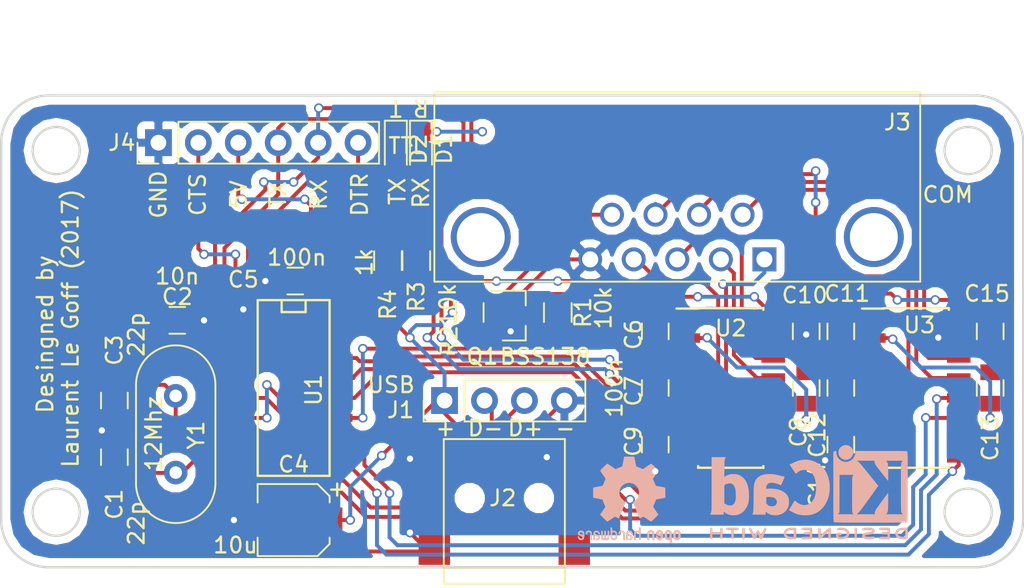
<source format=kicad_pcb>
(kicad_pcb (version 4) (host pcbnew 4.0.6)
  (layers (0 F.Cu signal) (31 B.Cu signal) (34 B.Paste user) (35 F.Paste user) (36 B.SilkS user) (37 F.SilkS user) (38 B.Mask user) (39 F.Mask user) (44 Edge.Cuts user))
  (net 0 "")
  (net 1 "Net-(C1-Pad1)")
  (net 2 "Net-(C3-Pad1)")
  (net 3 /RSGND)
  (net 4 "Net-(U1-Pad15)")
  (net 5 "Net-(C6-Pad1)")
  (net 6 "Net-(C6-Pad2)")
  (net 7 /RS5V)
  (net 8 "Net-(C7-Pad2)")
  (net 9 "Net-(C11-Pad1)")
  (net 10 "Net-(C11-Pad2)")
  (net 11 "Net-(C12-Pad2)")
  (net 12 /RSDCD)
  (net 13 /RSRX)
  (net 14 /RSTX)
  (net 15 /RSDTR)
  (net 16 /RSRI)
  (net 17 /RSCTS)
  (net 18 /RSRTS)
  (net 19 /RSDSR)
  (net 20 /RI)
  (net 21 /RTS)
  (net 22 /DTR)
  (net 23 /DCD)
  (net 24 /DSR)
  (net 25 /CTS)
  (net 26 /RSD-)
  (net 27 /RSD+)
  (net 28 /RX)
  (net 29 /TX)
  (net 30 "Net-(D1-Pad2)")
  (net 31 "Net-(D2-Pad2)")
  (net 32 "Net-(C2-Pad1)")
  (net 33 "Net-(C7-Pad1)")
  (net 34 "Net-(C8-Pad2)")
  (net 35 "Net-(C9-Pad1)")
  (net 36 "Net-(C12-Pad1)")
  (net 37 "Net-(C13-Pad2)")
  (net 38 "Net-(C14-Pad1)")
  (net 39 "Net-(J2-Pad4)")
  (net 40 "Net-(U3-Pad7)")
  (net 41 "Net-(U3-Pad10)")
  (module _LaurentPerso:DB9MC (layer F.Cu) (at 63 61)
    (fp_text reference J3 (at 14 -7.3) (layer F.SilkS))
    (fp_text value COM (at 17.2 -2.7) (layer F.SilkS))
    (pad "" thru_hole circle (at 12.5 0) (size 3.81 3.81) (drill 3.05) (layers *.Cu *.Mask))
    (pad "" thru_hole circle (at -12.5 0) (size 3.81 3.81) (drill 3.05) (layers *.Cu *.Mask))
    (pad 1 thru_hole rect (at 5.54 1.42) (size 1.52 1.52) (drill 1.02) (layers *.Cu *.Mask) (net 12 /RSDCD))
    (pad 2 thru_hole circle (at 2.77 1.42) (size 1.52 1.52) (drill 1.02) (layers *.Cu *.Mask) (net 13 /RSRX))
    (pad 3 thru_hole circle (at 0 1.42) (size 1.52 1.52) (drill 1.02) (layers *.Cu *.Mask) (net 14 /RSTX))
    (pad 4 thru_hole circle (at -2.77 1.42) (size 1.52 1.52) (drill 1.02) (layers *.Cu *.Mask) (net 15 /RSDTR))
    (pad 5 thru_hole circle (at -5.54 1.42) (size 1.52 1.52) (drill 1.02) (layers *.Cu *.Mask) (net 3 /RSGND))
    (pad 9 thru_hole circle (at -4.155 -1.42) (size 1.52 1.52) (drill 1.02) (layers *.Cu *.Mask) (net 16 /RSRI))
    (pad 8 thru_hole circle (at -1.385 -1.42) (size 1.52 1.52) (drill 1.02) (layers *.Cu *.Mask) (net 17 /RSCTS))
    (pad 7 thru_hole circle (at 1.385 -1.42) (size 1.52 1.52) (drill 1.02) (layers *.Cu *.Mask) (net 18 /RSRTS))
    (pad 6 thru_hole circle (at 4.155 -1.42) (size 1.52 1.52) (drill 1.02) (layers *.Cu *.Mask) (net 19 /RSDSR))
  )
  (module Housings_SOIC:SOIC-16_3.9x9.9mm_Pitch1.27mm (layer F.Cu) (at 78.2 70.6)
    (fp_text reference U3 (at 0.2 -4) (layer F.SilkS))
    (fp_text value ST232C)
    (pad 1 smd rect (at -2.7 -4.445) (size 1.5 0.6) (layers F.Cu F.Paste F.Mask) (net 9 "Net-(C11-Pad1)"))
    (pad 2 smd rect (at -2.7 -3.175) (size 1.5 0.6) (layers F.Cu F.Paste F.Mask) (net 37 "Net-(C13-Pad2)"))
    (pad 3 smd rect (at -2.7 -1.905) (size 1.5 0.6) (layers F.Cu F.Paste F.Mask) (net 10 "Net-(C11-Pad2)"))
    (pad 4 smd rect (at -2.7 -0.635) (size 1.5 0.6) (layers F.Cu F.Paste F.Mask) (net 36 "Net-(C12-Pad1)"))
    (pad 5 smd rect (at -2.7 0.635) (size 1.5 0.6) (layers F.Cu F.Paste F.Mask) (net 11 "Net-(C12-Pad2)"))
    (pad 6 smd rect (at -2.7 1.905) (size 1.5 0.6) (layers F.Cu F.Paste F.Mask) (net 38 "Net-(C14-Pad1)"))
    (pad 7 smd rect (at -2.7 3.175) (size 1.5 0.6) (layers F.Cu F.Paste F.Mask) (net 40 "Net-(U3-Pad7)"))
    (pad 8 smd rect (at -2.7 4.445) (size 1.5 0.6) (layers F.Cu F.Paste F.Mask) (net 17 /RSCTS))
    (pad 9 smd rect (at 2.7 4.445) (size 1.5 0.6) (layers F.Cu F.Paste F.Mask) (net 25 /CTS))
    (pad 10 smd rect (at 2.7 3.175) (size 1.5 0.6) (layers F.Cu F.Paste F.Mask) (net 41 "Net-(U3-Pad10)"))
    (pad 11 smd rect (at 2.7 1.905) (size 1.5 0.6) (layers F.Cu F.Paste F.Mask) (net 21 /RTS))
    (pad 12 smd rect (at 2.7 0.635) (size 1.5 0.6) (layers F.Cu F.Paste F.Mask) (net 24 /DSR))
    (pad 13 smd rect (at 2.7 -0.635) (size 1.5 0.6) (layers F.Cu F.Paste F.Mask) (net 19 /RSDSR))
    (pad 14 smd rect (at 2.7 -1.905) (size 1.5 0.6) (layers F.Cu F.Paste F.Mask) (net 18 /RSRTS))
    (pad 15 smd rect (at 2.7 -3.175) (size 1.5 0.6) (layers F.Cu F.Paste F.Mask) (net 3 /RSGND))
    (pad 16 smd rect (at 2.7 -4.445) (size 1.5 0.6) (layers F.Cu F.Paste F.Mask) (net 7 /RS5V))
  )
  (module SMD_Packages:SO-16-N (layer F.Cu) (at 38.6 70.6 270)
    (fp_text reference U1 (at 0.127 -1.27 270) (layer F.SilkS))
    (fp_text value CH340G)
    (pad 16 smd rect (at -4.445 -3.175 270) (size 0.508 1.143) (layers F.Cu F.Paste F.Mask) (net 7 /RS5V))
    (pad 14 smd rect (at -1.905 -3.175 270) (size 0.508 1.143) (layers F.Cu F.Paste F.Mask) (net 21 /RTS))
    (pad 13 smd rect (at -0.635 -3.175 270) (size 0.508 1.143) (layers F.Cu F.Paste F.Mask) (net 22 /DTR))
    (pad 12 smd rect (at 0.635 -3.175 270) (size 0.508 1.143) (layers F.Cu F.Paste F.Mask) (net 23 /DCD))
    (pad 11 smd rect (at 1.905 -3.175 270) (size 0.508 1.143) (layers F.Cu F.Paste F.Mask) (net 20 /RI))
    (pad 10 smd rect (at 3.175 -3.175 270) (size 0.508 1.143) (layers F.Cu F.Paste F.Mask) (net 24 /DSR))
    (pad 9 smd rect (at 4.445 -3.175 270) (size 0.508 1.143) (layers F.Cu F.Paste F.Mask) (net 25 /CTS))
    (pad 8 smd rect (at 4.445 3.175 270) (size 0.508 1.143) (layers F.Cu F.Paste F.Mask) (net 1 "Net-(C1-Pad1)"))
    (pad 7 smd rect (at 3.175 3.175 270) (size 0.508 1.143) (layers F.Cu F.Paste F.Mask) (net 2 "Net-(C3-Pad1)"))
    (pad 6 smd rect (at 1.905 3.175 270) (size 0.508 1.143) (layers F.Cu F.Paste F.Mask) (net 26 /RSD-))
    (pad 5 smd rect (at 0.635 3.175 270) (size 0.508 1.143) (layers F.Cu F.Paste F.Mask) (net 27 /RSD+))
    (pad 4 smd rect (at -0.635 3.175 270) (size 0.508 1.143) (layers F.Cu F.Paste F.Mask) (net 32 "Net-(C2-Pad1)"))
    (pad 3 smd rect (at -1.905 3.175 270) (size 0.508 1.143) (layers F.Cu F.Paste F.Mask) (net 28 /RX))
    (pad 2 smd rect (at -3.175 3.175 270) (size 0.508 1.143) (layers F.Cu F.Paste F.Mask) (net 29 /TX))
    (pad 1 smd rect (at -4.445 3.175 270) (size 0.508 1.143) (layers F.Cu F.Paste F.Mask) (net 3 /RSGND))
    (pad 15 smd rect (at -3.175 -3.175 270) (size 0.508 1.143) (layers F.Cu F.Paste F.Mask) (net 4 "Net-(U1-Pad15)"))
  )
  (module Capacitors_SMD:C_0805 (layer F.Cu) (at 61.6 67 270)
    (fp_text reference C6 (at 0.2 1.4 270) (layer F.SilkS))
    (fp_text value 100n)
    (pad 1 smd rect (at -1 0 270) (size 1 1.25) (layers F.Cu F.Paste F.Mask) (net 5 "Net-(C6-Pad1)"))
    (pad 2 smd rect (at 1 0 270) (size 1 1.25) (layers F.Cu F.Paste F.Mask) (net 6 "Net-(C6-Pad2)"))
  )
  (module Capacitors_SMD:C_0805 (layer F.Cu) (at 61.6 70.6 270)
    (fp_text reference C7 (at 0.2 1.4 270) (layer F.SilkS))
    (fp_text value 100n)
    (pad 1 smd rect (at -1 0 270) (size 1 1.25) (layers F.Cu F.Paste F.Mask) (net 33 "Net-(C7-Pad1)"))
    (pad 2 smd rect (at 1 0 270) (size 1 1.25) (layers F.Cu F.Paste F.Mask) (net 8 "Net-(C7-Pad2)"))
  )
  (module Capacitors_SMD:C_0805 (layer F.Cu) (at 71.2 70.6 270)
    (fp_text reference C8 (at 2.8 0.5 270) (layer F.SilkS))
    (fp_text value 100n)
    (pad 1 smd rect (at -1 0 270) (size 1 1.25) (layers F.Cu F.Paste F.Mask) (net 7 /RS5V))
    (pad 2 smd rect (at 1 0 270) (size 1 1.25) (layers F.Cu F.Paste F.Mask) (net 34 "Net-(C8-Pad2)"))
  )
  (module Capacitors_SMD:C_0805 (layer F.Cu) (at 61.6 74.2 270)
    (fp_text reference C9 (at -0.2 1.4 270) (layer F.SilkS))
    (fp_text value 100n (at -3.6 2.6 270) (layer F.SilkS))
    (pad 1 smd rect (at -1 0 270) (size 1 1.25) (layers F.Cu F.Paste F.Mask) (net 35 "Net-(C9-Pad1)"))
    (pad 2 smd rect (at 1 0 270) (size 1 1.25) (layers F.Cu F.Paste F.Mask) (net 3 /RSGND))
  )
  (module Capacitors_SMD:C_0805 (layer F.Cu) (at 71.2 67 270)
    (fp_text reference C10 (at -2.3 0.1 360) (layer F.SilkS))
    (fp_text value 100n)
    (pad 1 smd rect (at -1 0 270) (size 1 1.25) (layers F.Cu F.Paste F.Mask) (net 7 /RS5V))
    (pad 2 smd rect (at 1 0 270) (size 1 1.25) (layers F.Cu F.Paste F.Mask) (net 3 /RSGND))
  )
  (module Capacitors_SMD:C_0805 (layer F.Cu) (at 73.4 67 270)
    (fp_text reference C11 (at -2.4 -0.4 360) (layer F.SilkS))
    (fp_text value 100n)
    (pad 1 smd rect (at -1 0 270) (size 1 1.25) (layers F.Cu F.Paste F.Mask) (net 9 "Net-(C11-Pad1)"))
    (pad 2 smd rect (at 1 0 270) (size 1 1.25) (layers F.Cu F.Paste F.Mask) (net 10 "Net-(C11-Pad2)"))
  )
  (module Capacitors_SMD:C_0805 (layer F.Cu) (at 73.4 70.6 270)
    (fp_text reference C12 (at 3 1.5 270) (layer F.SilkS))
    (fp_text value 100n)
    (pad 1 smd rect (at -1 0 270) (size 1 1.25) (layers F.Cu F.Paste F.Mask) (net 36 "Net-(C12-Pad1)"))
    (pad 2 smd rect (at 1 0 270) (size 1 1.25) (layers F.Cu F.Paste F.Mask) (net 11 "Net-(C12-Pad2)"))
  )
  (module Capacitors_SMD:C_0805 (layer F.Cu) (at 82.9 70.6 270)
    (fp_text reference C13 (at 3.2 0 270) (layer F.SilkS))
    (fp_text value 100n)
    (pad 1 smd rect (at -1 0 270) (size 1 1.25) (layers F.Cu F.Paste F.Mask) (net 7 /RS5V))
    (pad 2 smd rect (at 1 0 270) (size 1 1.25) (layers F.Cu F.Paste F.Mask) (net 37 "Net-(C13-Pad2)"))
  )
  (module Capacitors_SMD:C_0805 (layer F.Cu) (at 73.4 74.2 270)
    (fp_text reference C14 (at 2.6 1.5 270) (layer F.SilkS))
    (fp_text value 100n)
    (pad 1 smd rect (at -1 0 270) (size 1 1.25) (layers F.Cu F.Paste F.Mask) (net 38 "Net-(C14-Pad1)"))
    (pad 2 smd rect (at 1 0 270) (size 1 1.25) (layers F.Cu F.Paste F.Mask) (net 3 /RSGND))
  )
  (module Capacitors_SMD:C_0805 (layer F.Cu) (at 82.9 67 270)
    (fp_text reference C15 (at -2.4 0.2 360) (layer F.SilkS))
    (fp_text value 100n)
    (pad 1 smd rect (at -1 0 270) (size 1 1.25) (layers F.Cu F.Paste F.Mask) (net 7 /RS5V))
    (pad 2 smd rect (at 1 0 270) (size 1 1.25) (layers F.Cu F.Paste F.Mask) (net 3 /RSGND))
  )
  (module Capacitors_SMD:C_0805 (layer F.Cu) (at 27.2 75 90)
    (fp_text reference C1 (at -3 0 90) (layer F.SilkS))
    (fp_text value 22p (at -4.2 1.4 90) (layer F.SilkS))
    (pad 1 smd rect (at -1 0 90) (size 1 1.25) (layers F.Cu F.Paste F.Mask) (net 1 "Net-(C1-Pad1)"))
    (pad 2 smd rect (at 1 0 90) (size 1 1.25) (layers F.Cu F.Paste F.Mask) (net 3 /RSGND))
  )
  (module Capacitors_SMD:C_0805 (layer F.Cu) (at 31.2 66.3)
    (fp_text reference C2 (at 0 -1.5) (layer F.SilkS))
    (fp_text value 10n (at 0 -2.8) (layer F.SilkS))
    (pad 1 smd rect (at -1 0) (size 1 1.25) (layers F.Cu F.Paste F.Mask) (net 32 "Net-(C2-Pad1)"))
    (pad 2 smd rect (at 1 0) (size 1 1.25) (layers F.Cu F.Paste F.Mask) (net 3 /RSGND))
  )
  (module Capacitors_SMD:C_0805 (layer F.Cu) (at 27.2 71.4 270)
    (fp_text reference C3 (at -3.2 0 270) (layer F.SilkS))
    (fp_text value 22p (at -4.2 -1.4 270) (layer F.SilkS))
    (pad 1 smd rect (at -1 0 270) (size 1 1.25) (layers F.Cu F.Paste F.Mask) (net 2 "Net-(C3-Pad1)"))
    (pad 2 smd rect (at 1 0 270) (size 1 1.25) (layers F.Cu F.Paste F.Mask) (net 3 /RSGND))
  )
  (module TO_SOT_Packages_SMD:SOT-23 (layer F.Cu) (at 52.6 66)
    (fp_text reference Q1 (at -2 2.6) (layer F.SilkS))
    (fp_text value BSS138 (at 2 2.6) (layer F.SilkS))
    (pad 1 smd rect (at -1 -0.95) (size 0.9 0.8) (layers F.Cu F.Paste F.Mask) (net 16 /RSRI))
    (pad 2 smd rect (at -1 0.95) (size 0.9 0.8) (layers F.Cu F.Paste F.Mask) (net 3 /RSGND))
    (pad 3 smd rect (at 1 0) (size 0.9 0.8) (layers F.Cu F.Paste F.Mask) (net 20 /RI))
  )
  (module Housings_SOIC:SOIC-16_3.9x9.9mm_Pitch1.27mm (layer F.Cu) (at 66.4 70.6)
    (fp_text reference U2 (at 0 -3.8) (layer F.SilkS))
    (fp_text value ST232C)
    (pad 1 smd rect (at -2.7 -4.445) (size 1.5 0.6) (layers F.Cu F.Paste F.Mask) (net 5 "Net-(C6-Pad1)"))
    (pad 2 smd rect (at -2.7 -3.175) (size 1.5 0.6) (layers F.Cu F.Paste F.Mask) (net 34 "Net-(C8-Pad2)"))
    (pad 3 smd rect (at -2.7 -1.905) (size 1.5 0.6) (layers F.Cu F.Paste F.Mask) (net 6 "Net-(C6-Pad2)"))
    (pad 4 smd rect (at -2.7 -0.635) (size 1.5 0.6) (layers F.Cu F.Paste F.Mask) (net 33 "Net-(C7-Pad1)"))
    (pad 5 smd rect (at -2.7 0.635) (size 1.5 0.6) (layers F.Cu F.Paste F.Mask) (net 8 "Net-(C7-Pad2)"))
    (pad 6 smd rect (at -2.7 1.905) (size 1.5 0.6) (layers F.Cu F.Paste F.Mask) (net 35 "Net-(C9-Pad1)"))
    (pad 7 smd rect (at -2.7 3.175) (size 1.5 0.6) (layers F.Cu F.Paste F.Mask) (net 15 /RSDTR))
    (pad 8 smd rect (at -2.7 4.445) (size 1.5 0.6) (layers F.Cu F.Paste F.Mask) (net 12 /RSDCD))
    (pad 9 smd rect (at 2.7 4.445) (size 1.5 0.6) (layers F.Cu F.Paste F.Mask) (net 23 /DCD))
    (pad 10 smd rect (at 2.7 3.175) (size 1.5 0.6) (layers F.Cu F.Paste F.Mask) (net 22 /DTR))
    (pad 11 smd rect (at 2.7 1.905) (size 1.5 0.6) (layers F.Cu F.Paste F.Mask) (net 29 /TX))
    (pad 12 smd rect (at 2.7 0.635) (size 1.5 0.6) (layers F.Cu F.Paste F.Mask) (net 28 /RX))
    (pad 13 smd rect (at 2.7 -0.635) (size 1.5 0.6) (layers F.Cu F.Paste F.Mask) (net 13 /RSRX))
    (pad 14 smd rect (at 2.7 -1.905) (size 1.5 0.6) (layers F.Cu F.Paste F.Mask) (net 14 /RSTX))
    (pad 15 smd rect (at 2.7 -3.175) (size 1.5 0.6) (layers F.Cu F.Paste F.Mask) (net 3 /RSGND))
    (pad 16 smd rect (at 2.7 -4.445) (size 1.5 0.6) (layers F.Cu F.Paste F.Mask) (net 7 /RS5V))
  )
  (module Connectors:USB_Mini-B (layer F.Cu) (at 52 77.8 90)
    (fp_text reference J2 (at 0.2 -0.1 180) (layer F.SilkS))
    (fp_text value USB_OTG)
    (pad 1 smd rect (at 2.8 -1.6 90) (size 2.3 0.5) (layers F.Cu F.Paste F.Mask) (net 7 /RS5V))
    (pad 2 smd rect (at 2.8 -0.8 90) (size 2.3 0.5) (layers F.Cu F.Paste F.Mask) (net 26 /RSD-))
    (pad 3 smd rect (at 2.8 0 90) (size 2.3 0.5) (layers F.Cu F.Paste F.Mask) (net 27 /RSD+))
    (pad 4 smd rect (at 2.8 0.8 90) (size 2.3 0.5) (layers F.Cu F.Paste F.Mask) (net 39 "Net-(J2-Pad4)"))
    (pad 5 smd rect (at 2.8 1.6 90) (size 2.3 0.5) (layers F.Cu F.Paste F.Mask) (net 3 /RSGND))
    (pad 6 smd rect (at 2.7 -4.45 90) (size 2.5 2) (layers F.Cu F.Paste F.Mask) (net 3 /RSGND))
    (pad 6 smd rect (at -2.8 -4.45 90) (size 2.5 2) (layers F.Cu F.Paste F.Mask) (net 3 /RSGND))
    (pad 6 smd rect (at 2.7 4.45 90) (size 2.5 2) (layers F.Cu F.Paste F.Mask) (net 3 /RSGND))
    (pad 6 smd rect (at -2.8 4.45 90) (size 2.5 2) (layers F.Cu F.Paste F.Mask) (net 3 /RSGND))
    (pad "" np_thru_hole circle (at 0.2 -2.2 90) (size 0.9 0.9) (drill 0.9) (layers *.Cu *.Mask))
    (pad "" np_thru_hole circle (at 0.2 2.2 90) (size 0.9 0.9) (drill 0.9) (layers *.Cu *.Mask))
  )
  (module Pin_Headers:Pin_Header_Straight_1x04_Pitch2.54mm (layer F.Cu) (at 48.2 71.4 90)
    (fp_text reference J1 (at -0.6 -2.8 180) (layer F.SilkS))
    (fp_text value USB (at 1 -3.4 180) (layer F.SilkS))
    (pad 1 thru_hole rect (at 0 0 90) (size 1.7 1.7) (drill 1) (layers *.Cu *.Mask) (net 7 /RS5V))
    (pad 2 thru_hole oval (at 0 2.54 90) (size 1.7 1.7) (drill 1) (layers *.Cu *.Mask) (net 26 /RSD-))
    (pad 3 thru_hole oval (at 0 5.08 90) (size 1.7 1.7) (drill 1) (layers *.Cu *.Mask) (net 27 /RSD+))
    (pad 4 thru_hole oval (at 0 7.62 90) (size 1.7 1.7) (drill 1) (layers *.Cu *.Mask) (net 3 /RSGND))
  )
  (module Pin_Headers:Pin_Header_Straight_1x06_Pitch2.54mm (layer F.Cu) (at 30 55 90)
    (fp_text reference J4 (at 0 -2.33 180) (layer F.SilkS))
    (fp_text value TTL (at -0.2 15.8 180) (layer F.SilkS))
    (pad 1 thru_hole rect (at 0 0 90) (size 1.7 1.7) (drill 1) (layers *.Cu *.Mask) (net 3 /RSGND))
    (pad 2 thru_hole oval (at 0 2.54 90) (size 1.7 1.7) (drill 1) (layers *.Cu *.Mask) (net 25 /CTS))
    (pad 3 thru_hole oval (at 0 5.08 90) (size 1.7 1.7) (drill 1) (layers *.Cu *.Mask) (net 7 /RS5V))
    (pad 4 thru_hole oval (at 0 7.62 90) (size 1.7 1.7) (drill 1) (layers *.Cu *.Mask) (net 29 /TX))
    (pad 5 thru_hole oval (at 0 10.16 90) (size 1.7 1.7) (drill 1) (layers *.Cu *.Mask) (net 28 /RX))
    (pad 6 thru_hole oval (at 0 12.7 90) (size 1.7 1.7) (drill 1) (layers *.Cu *.Mask) (net 22 /DTR))
  )
  (module Resistors_SMD:R_0805 (layer F.Cu) (at 55.4 65.8 270)
    (fp_text reference R1 (at 0 -1.6 270) (layer F.SilkS))
    (fp_text value 10k (at -0.3 -2.9 270) (layer F.SilkS))
    (pad 1 smd rect (at -0.95 0 270) (size 0.7 1.3) (layers F.Cu F.Paste F.Mask) (net 20 /RI))
    (pad 2 smd rect (at 0.95 0 270) (size 0.7 1.3) (layers F.Cu F.Paste F.Mask) (net 7 /RS5V))
  )
  (module Resistors_SMD:R_0805 (layer F.Cu) (at 49.8 65.8 270)
    (fp_text reference R2 (at 1.8 1.3 270) (layer F.SilkS))
    (fp_text value 10k (at -0.5 1.4 270) (layer F.SilkS))
    (pad 1 smd rect (at -0.95 0 270) (size 0.7 1.3) (layers F.Cu F.Paste F.Mask) (net 16 /RSRI))
    (pad 2 smd rect (at 0.95 0 270) (size 0.7 1.3) (layers F.Cu F.Paste F.Mask) (net 3 /RSGND))
  )
  (module Crystals:Crystal_HC49-U_Vertical (layer F.Cu) (at 31.1 71.1 270)
    (fp_text reference Y1 (at 2.5 -1.3 270) (layer F.SilkS))
    (fp_text value 12Mhz (at 2.4 1.4 270) (layer F.SilkS))
    (pad 1 thru_hole circle (at 0 0 270) (size 1.5 1.5) (drill 0.8) (layers *.Cu *.Mask) (net 2 "Net-(C3-Pad1)"))
    (pad 2 thru_hole circle (at 4.88 0 270) (size 1.5 1.5) (drill 0.8) (layers *.Cu *.Mask) (net 1 "Net-(C1-Pad1)"))
  )
  (module Capacitors_SMD:CP_Elec_4x5.7 (layer F.Cu) (at 38.6 79 180)
    (fp_text reference C4 (at 0 3.54 180) (layer F.SilkS))
    (fp_text value 10u (at 3.7 -1.6 180) (layer F.SilkS))
    (fp_text user + (at -2.77 2.01 180) (layer F.SilkS))
    (pad 1 smd rect (at -1.8 0) (size 2.6 1.6) (layers F.Cu F.Paste F.Mask) (net 7 /RS5V))
    (pad 2 smd rect (at 1.8 0) (size 2.6 1.6) (layers F.Cu F.Paste F.Mask) (net 3 /RSGND))
  )
  (module Capacitors_SMD:C_0805 (layer F.Cu) (at 38.7 63.8 180)
    (fp_text reference C5 (at 3.3 0.1 180) (layer F.SilkS))
    (fp_text value 100n (at -0.1 1.5 180) (layer F.SilkS))
    (pad 1 smd rect (at -1 0 180) (size 1 1.25) (layers F.Cu F.Paste F.Mask) (net 7 /RS5V))
    (pad 2 smd rect (at 1 0 180) (size 1 1.25) (layers F.Cu F.Paste F.Mask) (net 3 /RSGND))
  )
  (module LEDs:LED_0805 (layer F.Cu) (at 46.7 55.4 270)
    (fp_text reference D1 (at 0 -1.45 270) (layer F.SilkS))
    (fp_text value RX)
    (pad 2 smd rect (at 1.1 0 90) (size 1.2 1.2) (layers F.Cu F.Paste F.Mask) (net 30 "Net-(D1-Pad2)"))
    (pad 1 smd rect (at -1.1 0 90) (size 1.2 1.2) (layers F.Cu F.Paste F.Mask) (net 28 /RX))
  )
  (module LEDs:LED_0805 (layer F.Cu) (at 45.1 55.4 270)
    (fp_text reference D2 (at 0 -1.45 270) (layer F.SilkS))
    (fp_text value TX)
    (pad 2 smd rect (at 1.1 0 90) (size 1.2 1.2) (layers F.Cu F.Paste F.Mask) (net 31 "Net-(D2-Pad2)"))
    (pad 1 smd rect (at -1.1 0 90) (size 1.2 1.2) (layers F.Cu F.Paste F.Mask) (net 29 /TX))
  )
  (module Resistors_SMD:R_0805 (layer F.Cu) (at 46.4 62.5 270)
    (fp_text reference R3 (at 2.3 0 270) (layer F.SilkS))
    (fp_text value 1k)
    (pad 1 smd rect (at -0.95 0 270) (size 0.7 1.3) (layers F.Cu F.Paste F.Mask) (net 30 "Net-(D1-Pad2)"))
    (pad 2 smd rect (at 0.95 0 270) (size 0.7 1.3) (layers F.Cu F.Paste F.Mask) (net 7 /RS5V))
  )
  (module Resistors_SMD:R_0805 (layer F.Cu) (at 44.6 62.5 270)
    (fp_text reference R4 (at 2.8 0 270) (layer F.SilkS))
    (fp_text value 1k (at 0.1 1.5 270) (layer F.SilkS))
    (pad 1 smd rect (at -0.95 0 270) (size 0.7 1.3) (layers F.Cu F.Paste F.Mask) (net 31 "Net-(D2-Pad2)"))
    (pad 2 smd rect (at 0.95 0 270) (size 0.7 1.3) (layers F.Cu F.Paste F.Mask) (net 7 /RS5V))
  )
  (module Symbols:KiCad-Logo2_6mm_SilkScreen (layer B.Cu) (at 71.374 77.216 180)
    (fp_text reference REF*** hide)
    (fp_text value KiCad-Logo2_6mm_SilkScreen hide)
  )
  (module Symbols:OSHW-Logo2_7.3x6mm_SilkScreen (layer B.Cu) (at 59.944 77.724 180)
    (fp_text reference REF*** hide)
    (fp_text value OSHW-Logo2_7.3x6mm_SilkScreen hide)
  )
  (gr_line (start 82 52) (end 23 52) (angle 90) (layer Edge.Cuts) (width 0.15))
  (gr_line (start 85 79) (end 85 55) (angle 90) (layer Edge.Cuts) (width 0.15))
  (gr_line (start 23 82) (end 82 82) (angle 90) (layer Edge.Cuts) (width 0.15))
  (gr_arc (start 82 55) (end 82 52) (angle 90) (layer Edge.Cuts) (width 0.15))
  (gr_text - (at 55.88 73.152) (layer F.SilkS) (effects (font (size 1 1))))
  (gr_text + (at 48.26 73.152) (layer F.SilkS) (effects (font (size 1 1))))
  (gr_text D- (at 50.8 73.152) (layer F.SilkS) (effects (font (size 1 1))))
  (gr_text D+ (at 53.34 73.152) (layer F.SilkS) (effects (font (size 1 1))))
  (gr_text RX (at 46.7 58.2 90) (layer F.SilkS) (effects (font (size 1 1))))
  (gr_text TX (at 45.2 58.1 90) (layer F.SilkS) (effects (font (size 1 1))))
  (gr_text R (at 46.7 52.8 180) (layer F.SilkS) (effects (font (size 1 1))))
  (gr_text T (at 45.1 52.8 180) (layer F.SilkS) (effects (font (size 1 1))))
  (gr_text "Desingned by \nLaurent Le Goff (2017)" (at 23.6 66.8 90) (layer F.SilkS) (effects (font (size 1 1))))
  (gr_text DTR (at 42.8 58.3 90) (layer F.SilkS) (effects (font (size 1 1))))
  (gr_text RX (at 40.2 58.3 90) (layer F.SilkS) (effects (font (size 1 1))))
  (gr_text TX (at 37.6 58.3 90) (layer F.SilkS) (effects (font (size 1 1))))
  (gr_text 5V (at 35.1 58.3 90) (layer F.SilkS) (effects (font (size 1 1))))
  (gr_text CTS (at 32.5 58.3 90) (layer F.SilkS) (effects (font (size 1 1))))
  (gr_text GND (at 30 58.3 90) (layer F.SilkS) (effects (font (size 1 1))))
  (gr_line (start 20 55) (end 20 79) (angle 90) (layer Edge.Cuts) (width 0.15))
  (gr_arc (start 23 55) (end 20 55) (angle 90) (layer Edge.Cuts) (width 0.15))
  (gr_arc (start 23 79) (end 23 82) (angle 90) (layer Edge.Cuts) (width 0.15))
  (gr_arc (start 82 79) (end 85 79) (angle 90) (layer Edge.Cuts) (width 0.15))
  (gr_circle (center 23.5 55.5) (end 23.5 54) (layer Edge.Cuts) (width 0.15))
  (gr_circle (center 81.5 55.5) (end 81.5 54) (layer Edge.Cuts) (width 0.15))
  (gr_circle (center 23.5 78.5) (end 23.5 80) (layer Edge.Cuts) (width 0.15))
  (gr_circle (center 81.5 78.5) (end 81.5 80) (layer Edge.Cuts) (width 0.15))
  (segment (start 31.1 75.98) (end 31.52 75.98) (width 0.25) (layer F.Cu) (net 1))
  (segment (start 31.52 75.98) (end 32.455 75.045) (width 0.25) (layer F.Cu) (net 1))
  (segment (start 32.455 75.045) (end 35.425 75.045) (width 0.25) (layer F.Cu) (net 1))
  (segment (start 27.2 76) (end 31.08 76) (width 0.25) (layer F.Cu) (net 1))
  (segment (start 31.08 76) (end 31.1 75.98) (width 0.25) (layer F.Cu) (net 1))
  (segment (start 31.1 71.1) (end 31.1 72.5) (width 0.25) (layer F.Cu) (net 2))
  (segment (start 32.375 73.775) (end 35.425 73.775) (width 0.25) (layer F.Cu) (net 2))
  (segment (start 31.1 72.5) (end 32.375 73.775) (width 0.25) (layer F.Cu) (net 2))
  (segment (start 27.2 70.4) (end 30.4 70.4) (width 0.25) (layer F.Cu) (net 2))
  (segment (start 30.4 70.4) (end 31.1 71.1) (width 0.25) (layer F.Cu) (net 2))
  (segment (start 51.6 66.95) (end 52.35 66.95) (width 0.25) (layer F.Cu) (net 3))
  (segment (start 58.8 71.4) (end 55.82 71.4) (width 0.25) (layer B.Cu) (net 3))
  (segment (start 59.4 70.8) (end 58.8 71.4) (width 0.25) (layer B.Cu) (net 3))
  (segment (start 59.4 68.3) (end 59.4 70.8) (width 0.25) (layer B.Cu) (net 3))
  (segment (start 59.1 68) (end 59.4 68.3) (width 0.25) (layer B.Cu) (net 3))
  (segment (start 53.4 68) (end 59.1 68) (width 0.25) (layer B.Cu) (net 3))
  (segment (start 52.4 67) (end 53.4 68) (width 0.25) (layer B.Cu) (net 3))
  (via (at 52.4 67) (size 0.6) (drill 0.4) (layers F.Cu B.Cu) (net 3))
  (segment (start 52.35 66.95) (end 52.4 67) (width 0.25) (layer F.Cu) (net 3))
  (segment (start 72.4 75.2) (end 72.4 68.4) (width 0.25) (layer B.Cu) (net 3))
  (segment (start 72.4 68.4) (end 71.2 67.2) (width 0.25) (layer B.Cu) (net 3))
  (segment (start 71.2 68) (end 71.2 67.2) (width 0.25) (layer F.Cu) (net 3))
  (via (at 71.2 67.2) (size 0.6) (drill 0.4) (layers F.Cu B.Cu) (net 3))
  (segment (start 79.625 67.425) (end 80.9 67.425) (width 0.25) (layer F.Cu) (net 3))
  (segment (start 71.2 67.2) (end 71.5 66.9) (width 0.25) (layer B.Cu) (net 3))
  (segment (start 71.5 66.9) (end 75.3 66.9) (width 0.25) (layer B.Cu) (net 3))
  (segment (start 75.3 66.9) (end 75.6 66.6) (width 0.25) (layer B.Cu) (net 3))
  (segment (start 75.6 66.6) (end 78.8 66.6) (width 0.25) (layer B.Cu) (net 3))
  (segment (start 78.8 66.6) (end 79.6 67.4) (width 0.25) (layer B.Cu) (net 3))
  (via (at 79.6 67.4) (size 0.6) (drill 0.4) (layers F.Cu B.Cu) (net 3))
  (segment (start 79.6 67.4) (end 79.625 67.425) (width 0.25) (layer F.Cu) (net 3))
  (segment (start 73.4 75.2) (end 72.4 75.2) (width 0.25) (layer F.Cu) (net 3))
  (segment (start 71.7 75.9) (end 61.6 75.9) (width 0.25) (layer B.Cu) (net 3))
  (segment (start 72.4 75.2) (end 71.7 75.9) (width 0.25) (layer B.Cu) (net 3))
  (via (at 72.4 75.2) (size 0.6) (drill 0.4) (layers F.Cu B.Cu) (net 3))
  (segment (start 61.6 75.2) (end 61.6 75.9) (width 0.25) (layer F.Cu) (net 3))
  (segment (start 55.7 76) (end 54.7 75) (width 0.25) (layer B.Cu) (net 3))
  (segment (start 61.5 76) (end 55.7 76) (width 0.25) (layer B.Cu) (net 3))
  (segment (start 61.6 75.9) (end 61.5 76) (width 0.25) (layer B.Cu) (net 3))
  (via (at 61.6 75.9) (size 0.6) (drill 0.4) (layers F.Cu B.Cu) (net 3))
  (via (at 54.7 75) (size 0.6) (drill 0.4) (layers F.Cu B.Cu) (net 3))
  (segment (start 46 75.1) (end 54.6 75.1) (width 0.25) (layer B.Cu) (net 3))
  (segment (start 54.6 75.1) (end 54.7 75) (width 0.25) (layer B.Cu) (net 3))
  (segment (start 56.45 75.1) (end 56.45 80.6) (width 0.25) (layer F.Cu) (net 3))
  (segment (start 47.55 75.1) (end 46 75.1) (width 0.25) (layer F.Cu) (net 3))
  (segment (start 46 79.8) (end 46.8 80.6) (width 0.25) (layer F.Cu) (net 3))
  (via (at 46 79.8) (size 0.6) (drill 0.4) (layers F.Cu B.Cu) (net 3))
  (segment (start 46 75.1) (end 46 79.8) (width 0.25) (layer B.Cu) (net 3))
  (via (at 46 75.1) (size 0.6) (drill 0.4) (layers F.Cu B.Cu) (net 3))
  (segment (start 46.8 80.6) (end 47.55 80.6) (width 0.25) (layer F.Cu) (net 3))
  (segment (start 53.6 75) (end 54.7 75) (width 0.25) (layer F.Cu) (net 3))
  (segment (start 54.7 75) (end 56.35 75) (width 0.25) (layer F.Cu) (net 3))
  (segment (start 56.35 75) (end 56.45 75.1) (width 0.25) (layer F.Cu) (net 3))
  (segment (start 51.6 66.95) (end 51.6 66.9) (width 0.25) (layer F.Cu) (net 3))
  (segment (start 51.6 66.9) (end 52.6 65.9) (width 0.25) (layer F.Cu) (net 3))
  (segment (start 55.28 62.42) (end 57.46 62.42) (width 0.25) (layer F.Cu) (net 3))
  (segment (start 52.6 65.1) (end 55.28 62.42) (width 0.25) (layer F.Cu) (net 3))
  (segment (start 52.6 65.9) (end 52.6 65.1) (width 0.25) (layer F.Cu) (net 3))
  (segment (start 36.8 79) (end 36.8 80) (width 0.25) (layer F.Cu) (net 3))
  (segment (start 37.8 81) (end 47.15 81) (width 0.25) (layer F.Cu) (net 3))
  (segment (start 36.8 80) (end 37.8 81) (width 0.25) (layer F.Cu) (net 3))
  (segment (start 47.15 81) (end 47.55 80.6) (width 0.25) (layer F.Cu) (net 3))
  (segment (start 32.9 66.3) (end 32.9 65.6) (width 0.25) (layer B.Cu) (net 3))
  (segment (start 31.9 64.6) (end 26.4 64.6) (width 0.25) (layer B.Cu) (net 3))
  (segment (start 32.9 65.6) (end 31.9 64.6) (width 0.25) (layer B.Cu) (net 3))
  (segment (start 35.4 65.6) (end 33.6 65.6) (width 0.25) (layer B.Cu) (net 3))
  (segment (start 32.9 66.3) (end 32.2 66.3) (width 0.25) (layer F.Cu) (net 3))
  (via (at 32.9 66.3) (size 0.6) (drill 0.4) (layers F.Cu B.Cu) (net 3))
  (segment (start 33.6 65.6) (end 32.9 66.3) (width 0.25) (layer B.Cu) (net 3))
  (segment (start 37.7 63.8) (end 36.8 63.8) (width 0.25) (layer F.Cu) (net 3))
  (segment (start 35.425 65.625) (end 35.425 66.155) (width 0.25) (layer F.Cu) (net 3))
  (segment (start 35.4 65.6) (end 35.425 65.625) (width 0.25) (layer F.Cu) (net 3))
  (via (at 35.4 65.6) (size 0.6) (drill 0.4) (layers F.Cu B.Cu) (net 3))
  (segment (start 35.4 65.2) (end 35.4 65.6) (width 0.25) (layer B.Cu) (net 3))
  (segment (start 36.8 63.8) (end 35.4 65.2) (width 0.25) (layer B.Cu) (net 3))
  (via (at 36.8 63.8) (size 0.6) (drill 0.4) (layers F.Cu B.Cu) (net 3))
  (segment (start 82.9 68) (end 82.6 68) (width 0.25) (layer F.Cu) (net 3))
  (segment (start 82.6 68) (end 82.025 67.425) (width 0.25) (layer F.Cu) (net 3))
  (segment (start 82.025 67.425) (end 80.9 67.425) (width 0.25) (layer F.Cu) (net 3))
  (segment (start 71.2 68) (end 70.6 68) (width 0.25) (layer F.Cu) (net 3))
  (segment (start 70.6 68) (end 70.025 67.425) (width 0.25) (layer F.Cu) (net 3))
  (segment (start 70.025 67.425) (end 69.1 67.425) (width 0.25) (layer F.Cu) (net 3))
  (segment (start 49.8 66.75) (end 51.4 66.75) (width 0.25) (layer F.Cu) (net 3))
  (segment (start 51.4 66.75) (end 51.6 66.95) (width 0.25) (layer F.Cu) (net 3))
  (segment (start 53.6 75) (end 53.6 73.62) (width 0.25) (layer F.Cu) (net 3))
  (segment (start 53.6 73.62) (end 55.82 71.4) (width 0.25) (layer F.Cu) (net 3))
  (segment (start 36.8 79) (end 34.8 79) (width 0.25) (layer F.Cu) (net 3))
  (segment (start 26.4 78.5) (end 26.4 73.3) (width 0.25) (layer B.Cu) (net 3))
  (segment (start 26.9 79) (end 26.4 78.5) (width 0.25) (layer B.Cu) (net 3))
  (segment (start 34.8 79) (end 26.9 79) (width 0.25) (layer B.Cu) (net 3))
  (via (at 34.8 79) (size 0.6) (drill 0.4) (layers F.Cu B.Cu) (net 3))
  (segment (start 30 55) (end 27.3 55) (width 0.25) (layer B.Cu) (net 3))
  (segment (start 27.3 55) (end 26.4 55.9) (width 0.25) (layer B.Cu) (net 3))
  (segment (start 26.4 55.9) (end 26.4 64.6) (width 0.25) (layer B.Cu) (net 3))
  (segment (start 26.5 73.2) (end 27.2 73.2) (width 0.25) (layer F.Cu) (net 3))
  (segment (start 26.4 73.3) (end 26.5 73.2) (width 0.25) (layer F.Cu) (net 3))
  (via (at 26.4 73.3) (size 0.6) (drill 0.4) (layers F.Cu B.Cu) (net 3))
  (segment (start 26.4 64.6) (end 26.4 73.3) (width 0.25) (layer B.Cu) (net 3))
  (segment (start 35.28 66.3) (end 35.425 66.155) (width 0.25) (layer F.Cu) (net 3))
  (segment (start 27.2 72.4) (end 27.2 73.2) (width 0.25) (layer F.Cu) (net 3))
  (segment (start 27.2 73.2) (end 27.2 74) (width 0.25) (layer F.Cu) (net 3))
  (segment (start 61.6 66) (end 63.545 66) (width 0.25) (layer F.Cu) (net 5))
  (segment (start 63.545 66) (end 63.7 66.155) (width 0.25) (layer F.Cu) (net 5))
  (segment (start 61.6 68) (end 62.1 68) (width 0.25) (layer F.Cu) (net 6))
  (segment (start 62.1 68) (end 62.795 68.695) (width 0.25) (layer F.Cu) (net 6))
  (segment (start 62.795 68.695) (end 63.7 68.695) (width 0.25) (layer F.Cu) (net 6))
  (segment (start 35.3 58.6) (end 39.3 58.6) (width 0.25) (layer B.Cu) (net 7))
  (segment (start 39.7 59) (end 39.7 63.8) (width 0.25) (layer F.Cu) (net 7))
  (segment (start 39.3 58.6) (end 39.7 59) (width 0.25) (layer F.Cu) (net 7))
  (via (at 39.3 58.6) (size 0.6) (drill 0.4) (layers F.Cu B.Cu) (net 7))
  (segment (start 44.6 63.45) (end 46.4 63.45) (width 0.25) (layer F.Cu) (net 7))
  (segment (start 44.7 66.155) (end 44.7 63.55) (width 0.25) (layer F.Cu) (net 7))
  (segment (start 44.7 63.55) (end 44.6 63.45) (width 0.25) (layer F.Cu) (net 7))
  (segment (start 49.3 63.8) (end 48.6 64.5) (width 0.25) (layer F.Cu) (net 7))
  (segment (start 46 67) (end 46 67.4) (width 0.25) (layer B.Cu) (net 7))
  (segment (start 46.4 66.6) (end 46 67) (width 0.25) (layer B.Cu) (net 7))
  (segment (start 47.9 66.6) (end 46.4 66.6) (width 0.25) (layer B.Cu) (net 7))
  (segment (start 48.7 65.8) (end 47.9 66.6) (width 0.25) (layer B.Cu) (net 7))
  (via (at 48.7 65.8) (size 0.6) (drill 0.4) (layers F.Cu B.Cu) (net 7))
  (segment (start 48.6 65.7) (end 48.7 65.8) (width 0.25) (layer F.Cu) (net 7))
  (segment (start 48.6 64.5) (end 48.6 65.7) (width 0.25) (layer F.Cu) (net 7))
  (segment (start 35.08 55) (end 35.08 58.38) (width 0.25) (layer F.Cu) (net 7))
  (segment (start 35.08 58.38) (end 35.3 58.6) (width 0.25) (layer F.Cu) (net 7))
  (via (at 35.3 58.6) (size 0.6) (drill 0.4) (layers F.Cu B.Cu) (net 7))
  (segment (start 59.2 64.8) (end 59.1 64.8) (width 0.25) (layer F.Cu) (net 7))
  (segment (start 51.5 63.8) (end 49.3 63.8) (width 0.25) (layer F.Cu) (net 7))
  (via (at 51.5 63.8) (size 0.6) (drill 0.4) (layers F.Cu B.Cu) (net 7))
  (segment (start 55.4 63.8) (end 51.5 63.8) (width 0.25) (layer B.Cu) (net 7))
  (via (at 55.4 63.8) (size 0.6) (drill 0.4) (layers F.Cu B.Cu) (net 7))
  (segment (start 58.1 63.8) (end 55.4 63.8) (width 0.25) (layer F.Cu) (net 7))
  (segment (start 59.1 64.8) (end 58.1 63.8) (width 0.25) (layer F.Cu) (net 7))
  (segment (start 55.4 66.75) (end 57.25 66.75) (width 0.25) (layer F.Cu) (net 7))
  (segment (start 67.9 64.8) (end 69.1 66) (width 0.25) (layer F.Cu) (net 7))
  (via (at 67.9 64.8) (size 0.6) (drill 0.4) (layers F.Cu B.Cu) (net 7))
  (segment (start 64.3 64.8) (end 67.9 64.8) (width 0.25) (layer B.Cu) (net 7))
  (via (at 64.3 64.8) (size 0.6) (drill 0.4) (layers F.Cu B.Cu) (net 7))
  (segment (start 59.2 64.8) (end 64.3 64.8) (width 0.25) (layer F.Cu) (net 7))
  (segment (start 57.25 66.75) (end 59.2 64.8) (width 0.25) (layer F.Cu) (net 7))
  (segment (start 69.1 66) (end 69.1 66.155) (width 0.25) (layer F.Cu) (net 7))
  (segment (start 39.7 63.8) (end 39.7 64.08) (width 0.25) (layer F.Cu) (net 7))
  (segment (start 39.7 64.08) (end 41.775 66.155) (width 0.25) (layer F.Cu) (net 7))
  (segment (start 48.2 71.4) (end 48.2 69.6) (width 0.25) (layer B.Cu) (net 7))
  (segment (start 48.2 69.6) (end 46 67.4) (width 0.25) (layer B.Cu) (net 7))
  (via (at 46 67.4) (size 0.6) (drill 0.4) (layers F.Cu B.Cu) (net 7))
  (segment (start 44.755 66.155) (end 44.7 66.155) (width 0.25) (layer F.Cu) (net 7))
  (segment (start 46 67.4) (end 44.755 66.155) (width 0.25) (layer F.Cu) (net 7))
  (segment (start 44.7 66.155) (end 41.775 66.155) (width 0.25) (layer F.Cu) (net 7))
  (segment (start 80.9 66.155) (end 80.9 65.6) (width 0.25) (layer F.Cu) (net 7))
  (segment (start 71.2 65.3) (end 71.2 66) (width 0.25) (layer F.Cu) (net 7))
  (segment (start 71.9 64.6) (end 71.2 65.3) (width 0.25) (layer F.Cu) (net 7))
  (segment (start 76.6 64.6) (end 71.9 64.6) (width 0.25) (layer F.Cu) (net 7))
  (segment (start 77 65) (end 76.6 64.6) (width 0.25) (layer F.Cu) (net 7))
  (via (at 77 65) (size 0.6) (drill 0.4) (layers F.Cu B.Cu) (net 7))
  (segment (start 79.4 65) (end 77 65) (width 0.25) (layer B.Cu) (net 7))
  (via (at 79.4 65) (size 0.6) (drill 0.4) (layers F.Cu B.Cu) (net 7))
  (segment (start 80.3 65) (end 79.4 65) (width 0.25) (layer F.Cu) (net 7))
  (segment (start 80.9 65.6) (end 80.3 65) (width 0.25) (layer F.Cu) (net 7))
  (segment (start 40.4 79) (end 42.2 79) (width 0.25) (layer F.Cu) (net 7))
  (segment (start 44.2 74.9) (end 47.7 71.4) (width 0.25) (layer F.Cu) (net 7))
  (via (at 44.2 74.9) (size 0.6) (drill 0.4) (layers F.Cu B.Cu) (net 7))
  (segment (start 42.2 76.9) (end 44.2 74.9) (width 0.25) (layer B.Cu) (net 7))
  (segment (start 42.2 77.8) (end 42.2 76.9) (width 0.25) (layer B.Cu) (net 7))
  (segment (start 42.2 78.3) (end 42.2 77.8) (width 0.25) (layer B.Cu) (net 7))
  (segment (start 42.2 79) (end 42.2 78.3) (width 0.25) (layer B.Cu) (net 7))
  (via (at 42.2 79) (size 0.6) (drill 0.4) (layers F.Cu B.Cu) (net 7))
  (segment (start 47.7 71.4) (end 48.2 71.4) (width 0.25) (layer F.Cu) (net 7))
  (segment (start 82.9 66) (end 83.8 66) (width 0.25) (layer F.Cu) (net 7))
  (segment (start 83.6 69.6) (end 82.9 69.6) (width 0.25) (layer F.Cu) (net 7))
  (segment (start 84.2 69) (end 83.6 69.6) (width 0.25) (layer F.Cu) (net 7))
  (segment (start 84.2 66.4) (end 84.2 69) (width 0.25) (layer F.Cu) (net 7))
  (segment (start 83.8 66) (end 84.2 66.4) (width 0.25) (layer F.Cu) (net 7))
  (segment (start 82.9 66) (end 81.055 66) (width 0.25) (layer F.Cu) (net 7))
  (segment (start 81.055 66) (end 80.9 66.155) (width 0.25) (layer F.Cu) (net 7))
  (segment (start 71.2 66) (end 69.255 66) (width 0.25) (layer F.Cu) (net 7))
  (segment (start 69.255 66) (end 69.1 66.155) (width 0.25) (layer F.Cu) (net 7))
  (segment (start 50.4 75) (end 50.4 74.4) (width 0.25) (layer F.Cu) (net 7))
  (segment (start 50.4 74.4) (end 48.2 72.2) (width 0.25) (layer F.Cu) (net 7))
  (segment (start 48.2 72.2) (end 48.2 71.4) (width 0.25) (layer F.Cu) (net 7))
  (segment (start 71.2 66) (end 71.8 66) (width 0.25) (layer F.Cu) (net 7))
  (segment (start 71.8 66) (end 72.4 66.6) (width 0.25) (layer F.Cu) (net 7))
  (segment (start 72.4 66.6) (end 72.4 69) (width 0.25) (layer F.Cu) (net 7))
  (segment (start 72.4 69) (end 71.8 69.6) (width 0.25) (layer F.Cu) (net 7))
  (segment (start 71.8 69.6) (end 71.2 69.6) (width 0.25) (layer F.Cu) (net 7))
  (segment (start 61.6 71.6) (end 62.4 71.6) (width 0.25) (layer F.Cu) (net 8))
  (segment (start 62.765 71.235) (end 63.7 71.235) (width 0.25) (layer F.Cu) (net 8))
  (segment (start 62.4 71.6) (end 62.765 71.235) (width 0.25) (layer F.Cu) (net 8))
  (segment (start 73.4 66) (end 75.345 66) (width 0.25) (layer F.Cu) (net 9))
  (segment (start 75.345 66) (end 75.5 66.155) (width 0.25) (layer F.Cu) (net 9))
  (segment (start 73.4 68) (end 73.8 68) (width 0.25) (layer F.Cu) (net 10))
  (segment (start 73.8 68) (end 74.495 68.695) (width 0.25) (layer F.Cu) (net 10))
  (segment (start 74.495 68.695) (end 75.5 68.695) (width 0.25) (layer F.Cu) (net 10))
  (segment (start 73.4 71.6) (end 74 71.6) (width 0.25) (layer F.Cu) (net 11))
  (segment (start 74 71.6) (end 74.365 71.235) (width 0.25) (layer F.Cu) (net 11))
  (segment (start 74.365 71.235) (end 75.5 71.235) (width 0.25) (layer F.Cu) (net 11))
  (segment (start 68.54 62.42) (end 68.54 63.26) (width 0.25) (layer B.Cu) (net 12))
  (segment (start 65.255 75.045) (end 63.7 75.045) (width 0.25) (layer F.Cu) (net 12))
  (segment (start 66.1 74.2) (end 65.255 75.045) (width 0.25) (layer F.Cu) (net 12))
  (segment (start 66.1 64.2) (end 66.1 74.2) (width 0.25) (layer F.Cu) (net 12))
  (segment (start 65.9 64) (end 66.1 64.2) (width 0.25) (layer F.Cu) (net 12))
  (via (at 65.9 64) (size 0.6) (drill 0.4) (layers F.Cu B.Cu) (net 12))
  (segment (start 67.8 64) (end 65.9 64) (width 0.25) (layer B.Cu) (net 12))
  (segment (start 68.54 63.26) (end 67.8 64) (width 0.25) (layer B.Cu) (net 12))
  (segment (start 65.77 62.42) (end 65.77 62.47) (width 0.25) (layer F.Cu) (net 13))
  (segment (start 65.77 62.47) (end 66.6 63.3) (width 0.25) (layer F.Cu) (net 13))
  (segment (start 66.6 63.3) (end 66.6 68.5) (width 0.25) (layer F.Cu) (net 13))
  (segment (start 66.6 68.5) (end 68.065 69.965) (width 0.25) (layer F.Cu) (net 13))
  (segment (start 68.065 69.965) (end 69.1 69.965) (width 0.25) (layer F.Cu) (net 13))
  (segment (start 63 62.42) (end 63 62.4) (width 0.25) (layer F.Cu) (net 14))
  (segment (start 63 62.4) (end 64.4 61) (width 0.25) (layer F.Cu) (net 14))
  (segment (start 64.4 61) (end 66.4 61) (width 0.25) (layer F.Cu) (net 14))
  (segment (start 66.4 61) (end 67.1 61.7) (width 0.25) (layer F.Cu) (net 14))
  (segment (start 67.1 61.7) (end 67.1 67.8) (width 0.25) (layer F.Cu) (net 14))
  (segment (start 67.1 67.8) (end 67.995 68.695) (width 0.25) (layer F.Cu) (net 14))
  (segment (start 67.995 68.695) (end 69.1 68.695) (width 0.25) (layer F.Cu) (net 14))
  (segment (start 60.23 62.42) (end 60.42 62.42) (width 0.25) (layer F.Cu) (net 15))
  (segment (start 60.42 62.42) (end 61.8 63.8) (width 0.25) (layer F.Cu) (net 15))
  (segment (start 61.8 63.8) (end 64.6 63.8) (width 0.25) (layer F.Cu) (net 15))
  (segment (start 64.6 63.8) (end 65.6 64.8) (width 0.25) (layer F.Cu) (net 15))
  (segment (start 65.6 64.8) (end 65.6 73.2) (width 0.25) (layer F.Cu) (net 15))
  (segment (start 65.6 73.2) (end 65.025 73.775) (width 0.25) (layer F.Cu) (net 15))
  (segment (start 65.025 73.775) (end 63.7 73.775) (width 0.25) (layer F.Cu) (net 15))
  (segment (start 51.6 65.05) (end 51.6 65) (width 0.25) (layer F.Cu) (net 16))
  (segment (start 51.6 65) (end 57.02 59.58) (width 0.25) (layer F.Cu) (net 16))
  (segment (start 57.02 59.58) (end 58.845 59.58) (width 0.25) (layer F.Cu) (net 16))
  (segment (start 49.8 64.85) (end 51.4 64.85) (width 0.25) (layer F.Cu) (net 16))
  (segment (start 51.4 64.85) (end 51.6 65.05) (width 0.25) (layer F.Cu) (net 16))
  (segment (start 61.615 59.58) (end 61.615 58.885) (width 0.25) (layer B.Cu) (net 17))
  (segment (start 61.615 59.58) (end 61.615 59.185) (width 0.25) (layer B.Cu) (net 17))
  (segment (start 71.8 61.4) (end 71.8 62.2) (width 0.25) (layer F.Cu) (net 17))
  (segment (start 71.8 62.2) (end 72.1 62.5) (width 0.25) (layer F.Cu) (net 17))
  (segment (start 61.615 59.58) (end 61.62 59.58) (width 0.25) (layer F.Cu) (net 17))
  (segment (start 61.62 59.58) (end 64.2 57) (width 0.25) (layer F.Cu) (net 17))
  (segment (start 71.8 58.8) (end 71.8 61.4) (width 0.25) (layer F.Cu) (net 17))
  (via (at 71.8 58.8) (size 0.6) (drill 0.4) (layers F.Cu B.Cu) (net 17))
  (segment (start 71.8 56.8) (end 71.8 58.8) (width 0.25) (layer B.Cu) (net 17))
  (via (at 71.8 56.8) (size 0.6) (drill 0.4) (layers F.Cu B.Cu) (net 17))
  (segment (start 71.6 57) (end 71.8 56.8) (width 0.25) (layer F.Cu) (net 17))
  (segment (start 64.2 57) (end 71.6 57) (width 0.25) (layer F.Cu) (net 17))
  (segment (start 72.1 62.5) (end 73.1 63.5) (width 0.25) (layer F.Cu) (net 17))
  (segment (start 73.1 63.5) (end 77 63.5) (width 0.25) (layer F.Cu) (net 17))
  (segment (start 77 63.5) (end 77.7 64.2) (width 0.25) (layer F.Cu) (net 17))
  (segment (start 77.7 64.2) (end 77.7 74.2) (width 0.25) (layer F.Cu) (net 17))
  (segment (start 77.7 74.2) (end 76.855 75.045) (width 0.25) (layer F.Cu) (net 17))
  (segment (start 76.855 75.045) (end 75.5 75.045) (width 0.25) (layer F.Cu) (net 17))
  (segment (start 64.385 59.58) (end 64.385 59.315) (width 0.25) (layer F.Cu) (net 18))
  (segment (start 64.385 59.315) (end 66.2 57.5) (width 0.25) (layer F.Cu) (net 18))
  (segment (start 66.2 57.5) (end 77.1 57.5) (width 0.25) (layer F.Cu) (net 18))
  (segment (start 77.1 57.5) (end 78.7 59.1) (width 0.25) (layer F.Cu) (net 18))
  (segment (start 78.7 59.1) (end 78.7 68.4) (width 0.25) (layer F.Cu) (net 18))
  (segment (start 78.7 68.4) (end 78.995 68.695) (width 0.25) (layer F.Cu) (net 18))
  (segment (start 78.995 68.695) (end 80.9 68.695) (width 0.25) (layer F.Cu) (net 18))
  (segment (start 74 58) (end 68.735 58) (width 0.25) (layer F.Cu) (net 19))
  (segment (start 68.735 58) (end 67.155 59.58) (width 0.25) (layer F.Cu) (net 19))
  (segment (start 79.165 69.965) (end 80.9 69.965) (width 0.25) (layer F.Cu) (net 19))
  (segment (start 78.2 69) (end 79.165 69.965) (width 0.25) (layer F.Cu) (net 19))
  (segment (start 78.2 59.3) (end 78.2 69) (width 0.25) (layer F.Cu) (net 19))
  (segment (start 76.9 58) (end 78.2 59.3) (width 0.25) (layer F.Cu) (net 19))
  (segment (start 74 58) (end 76.9 58) (width 0.25) (layer F.Cu) (net 19))
  (segment (start 44.5 68.1) (end 43 68.1) (width 0.25) (layer F.Cu) (net 20))
  (segment (start 42.995 72.505) (end 41.775 72.505) (width 0.25) (layer F.Cu) (net 20))
  (segment (start 43 72.5) (end 42.995 72.505) (width 0.25) (layer F.Cu) (net 20))
  (via (at 43 72.5) (size 0.6) (drill 0.4) (layers F.Cu B.Cu) (net 20))
  (segment (start 43 68.1) (end 43 72.5) (width 0.25) (layer B.Cu) (net 20))
  (via (at 43 68.1) (size 0.6) (drill 0.4) (layers F.Cu B.Cu) (net 20))
  (segment (start 53.6 67) (end 53.6 66) (width 0.25) (layer F.Cu) (net 20))
  (segment (start 52.5 68.1) (end 53.6 67) (width 0.25) (layer F.Cu) (net 20))
  (segment (start 44.5 68.1) (end 52.5 68.1) (width 0.25) (layer F.Cu) (net 20))
  (segment (start 53.6 66) (end 54.25 66) (width 0.25) (layer F.Cu) (net 20))
  (segment (start 54.25 66) (end 55.4 64.85) (width 0.25) (layer F.Cu) (net 20))
  (segment (start 41.775 68.695) (end 42.595 68.695) (width 0.25) (layer F.Cu) (net 21))
  (segment (start 42.595 68.695) (end 42.8 68.9) (width 0.25) (layer F.Cu) (net 21))
  (segment (start 42.8 68.9) (end 45.8 68.9) (width 0.25) (layer F.Cu) (net 21))
  (segment (start 78.805 72.505) (end 80.9 72.505) (width 0.25) (layer F.Cu) (net 21))
  (segment (start 78.8 72.5) (end 78.805 72.505) (width 0.25) (layer F.Cu) (net 21))
  (via (at 78.8 72.5) (size 0.6) (drill 0.4) (layers F.Cu B.Cu) (net 21))
  (segment (start 78.8 76.1) (end 78.8 72.5) (width 0.25) (layer B.Cu) (net 21))
  (segment (start 78 76.9) (end 78.8 76.1) (width 0.25) (layer B.Cu) (net 21))
  (segment (start 78 79.3) (end 78 76.9) (width 0.25) (layer B.Cu) (net 21))
  (segment (start 77.3 80) (end 78 79.3) (width 0.25) (layer B.Cu) (net 21))
  (segment (start 60.4 80) (end 77.3 80) (width 0.25) (layer B.Cu) (net 21))
  (segment (start 60 79.6) (end 60.4 80) (width 0.25) (layer B.Cu) (net 21))
  (segment (start 60 77.7) (end 60 79.6) (width 0.25) (layer B.Cu) (net 21))
  (via (at 60 77.7) (size 0.6) (drill 0.4) (layers F.Cu B.Cu) (net 21))
  (segment (start 59.7 77.7) (end 60 77.7) (width 0.25) (layer F.Cu) (net 21))
  (segment (start 59.1 77.1) (end 59.7 77.7) (width 0.25) (layer F.Cu) (net 21))
  (segment (start 59.1 71) (end 59.1 77.1) (width 0.25) (layer F.Cu) (net 21))
  (segment (start 56.7 68.6) (end 59.1 71) (width 0.25) (layer F.Cu) (net 21))
  (segment (start 46.1 68.6) (end 56.7 68.6) (width 0.25) (layer F.Cu) (net 21))
  (segment (start 45.8 68.9) (end 46.1 68.6) (width 0.25) (layer F.Cu) (net 21))
  (segment (start 46.6 69.1) (end 46.4 69.1) (width 0.25) (layer F.Cu) (net 22))
  (segment (start 46.4 69.1) (end 46.1 69.4) (width 0.25) (layer F.Cu) (net 22))
  (segment (start 42.9 69.4) (end 42.335 69.965) (width 0.25) (layer F.Cu) (net 22))
  (segment (start 46.1 69.4) (end 42.9 69.4) (width 0.25) (layer F.Cu) (net 22))
  (segment (start 42.335 69.965) (end 42.4 69.9) (width 0.25) (layer F.Cu) (net 22))
  (segment (start 42.4 69.9) (end 42.4 69.965) (width 0.25) (layer F.Cu) (net 22))
  (segment (start 41.775 69.965) (end 40.015002 69.965) (width 0.25) (layer F.Cu) (net 22))
  (segment (start 42.7 56.5) (end 42.7 55) (width 0.25) (layer F.Cu) (net 22))
  (segment (start 42.3 56.9) (end 42.7 56.5) (width 0.25) (layer F.Cu) (net 22))
  (segment (start 40.1 56.9) (end 42.3 56.9) (width 0.25) (layer F.Cu) (net 22))
  (segment (start 35.7 61.3) (end 40.1 56.9) (width 0.25) (layer F.Cu) (net 22))
  (segment (start 35.7 64.1) (end 35.7 61.3) (width 0.25) (layer F.Cu) (net 22))
  (segment (start 39.7 68.1) (end 35.7 64.1) (width 0.25) (layer F.Cu) (net 22))
  (segment (start 39.7 69.649998) (end 39.7 68.1) (width 0.25) (layer F.Cu) (net 22))
  (segment (start 40.015002 69.965) (end 39.7 69.649998) (width 0.25) (layer F.Cu) (net 22))
  (segment (start 41.775 69.965) (end 42.4 69.965) (width 0.25) (layer F.Cu) (net 22))
  (segment (start 68.025 73.775) (end 69.1 73.775) (width 0.25) (layer F.Cu) (net 22))
  (segment (start 67.7 74.1) (end 68.025 73.775) (width 0.25) (layer F.Cu) (net 22))
  (segment (start 67.7 77.9) (end 67.7 74.1) (width 0.25) (layer F.Cu) (net 22))
  (segment (start 67.2 78.4) (end 67.7 77.9) (width 0.25) (layer F.Cu) (net 22))
  (segment (start 59.7 78.4) (end 67.2 78.4) (width 0.25) (layer F.Cu) (net 22))
  (segment (start 58.6 77.3) (end 59.7 78.4) (width 0.25) (layer F.Cu) (net 22))
  (segment (start 58.6 71.2) (end 58.6 77.3) (width 0.25) (layer F.Cu) (net 22))
  (segment (start 56.5 69.1) (end 58.6 71.2) (width 0.25) (layer F.Cu) (net 22))
  (segment (start 46.6 69.1) (end 56.5 69.1) (width 0.25) (layer F.Cu) (net 22))
  (segment (start 41.775 71.235) (end 42.465 71.235) (width 0.25) (layer F.Cu) (net 23))
  (segment (start 46.3 69.9) (end 46.6 69.6) (width 0.25) (layer F.Cu) (net 23))
  (segment (start 43.8 69.9) (end 46.3 69.9) (width 0.25) (layer F.Cu) (net 23))
  (segment (start 42.465 71.235) (end 43.8 69.9) (width 0.25) (layer F.Cu) (net 23))
  (segment (start 69.1 77.6) (end 69.1 75.045) (width 0.25) (layer F.Cu) (net 23))
  (segment (start 46.6 69.6) (end 56.3 69.6) (width 0.25) (layer F.Cu) (net 23))
  (segment (start 56.3 69.6) (end 58.1 71.4) (width 0.25) (layer F.Cu) (net 23))
  (segment (start 58.1 71.4) (end 58.1 77.5) (width 0.25) (layer F.Cu) (net 23))
  (segment (start 58.1 77.5) (end 59.5 78.9) (width 0.25) (layer F.Cu) (net 23))
  (segment (start 59.5 78.9) (end 67.8 78.9) (width 0.25) (layer F.Cu) (net 23))
  (segment (start 67.8 78.9) (end 69.1 77.6) (width 0.25) (layer F.Cu) (net 23))
  (segment (start 41.775 73.775) (end 42.275 73.775) (width 0.25) (layer F.Cu) (net 24))
  (segment (start 42.275 73.775) (end 43.1 74.6) (width 0.25) (layer F.Cu) (net 24))
  (segment (start 43.1 74.6) (end 43.1 75.5) (width 0.25) (layer F.Cu) (net 24))
  (segment (start 43.1 75.5) (end 44.7 77.1) (width 0.25) (layer F.Cu) (net 24))
  (segment (start 44.7 77.1) (end 44.7 77.3) (width 0.25) (layer F.Cu) (net 24))
  (via (at 44.7 77.3) (size 0.6) (drill 0.4) (layers F.Cu B.Cu) (net 24))
  (segment (start 44.7 77.3) (end 44.7 80.1) (width 0.25) (layer B.Cu) (net 24))
  (segment (start 44.7 80.1) (end 45.2 80.6) (width 0.25) (layer B.Cu) (net 24))
  (segment (start 45.2 80.6) (end 77.5 80.6) (width 0.25) (layer B.Cu) (net 24))
  (segment (start 77.5 80.6) (end 78.5 79.6) (width 0.25) (layer B.Cu) (net 24))
  (segment (start 78.5 79.6) (end 78.5 77.1) (width 0.25) (layer B.Cu) (net 24))
  (segment (start 78.5 77.1) (end 79.5 76.1) (width 0.25) (layer B.Cu) (net 24))
  (segment (start 79.5 76.1) (end 79.5 71.3) (width 0.25) (layer B.Cu) (net 24))
  (via (at 79.5 71.3) (size 0.6) (drill 0.4) (layers F.Cu B.Cu) (net 24))
  (segment (start 79.5 71.3) (end 79.565 71.235) (width 0.25) (layer F.Cu) (net 24))
  (segment (start 79.565 71.235) (end 80.9 71.235) (width 0.25) (layer F.Cu) (net 24))
  (segment (start 41.775 75.045) (end 41.775 75.175) (width 0.25) (layer F.Cu) (net 25))
  (segment (start 41.775 75.175) (end 43.9 77.3) (width 0.25) (layer F.Cu) (net 25))
  (segment (start 80.9 75.5) (end 80.9 75.045) (width 0.25) (layer F.Cu) (net 25))
  (segment (start 80.5 75.9) (end 80.9 75.5) (width 0.25) (layer F.Cu) (net 25))
  (via (at 80.5 75.9) (size 0.6) (drill 0.4) (layers F.Cu B.Cu) (net 25))
  (segment (start 79 77.4) (end 80.5 75.9) (width 0.25) (layer B.Cu) (net 25))
  (segment (start 79 79.9) (end 79 77.4) (width 0.25) (layer B.Cu) (net 25))
  (segment (start 77.7 81.2) (end 79 79.9) (width 0.25) (layer B.Cu) (net 25))
  (segment (start 44.5 81.2) (end 77.7 81.2) (width 0.25) (layer B.Cu) (net 25))
  (segment (start 43.9 80.6) (end 44.5 81.2) (width 0.25) (layer B.Cu) (net 25))
  (segment (start 43.9 77.3) (end 43.9 80.6) (width 0.25) (layer B.Cu) (net 25))
  (via (at 43.9 77.3) (size 0.6) (drill 0.4) (layers F.Cu B.Cu) (net 25))
  (segment (start 41.775 75.045) (end 39.645 75.045) (width 0.25) (layer F.Cu) (net 25))
  (segment (start 32.54 61.74) (end 32.54 55) (width 0.25) (layer F.Cu) (net 25))
  (segment (start 32.9 62.1) (end 32.54 61.74) (width 0.25) (layer F.Cu) (net 25))
  (via (at 32.9 62.1) (size 0.6) (drill 0.4) (layers F.Cu B.Cu) (net 25))
  (segment (start 34.9 62.1) (end 32.9 62.1) (width 0.25) (layer B.Cu) (net 25))
  (via (at 34.9 62.1) (size 0.6) (drill 0.4) (layers F.Cu B.Cu) (net 25))
  (segment (start 34.9 64) (end 34.9 62.1) (width 0.25) (layer F.Cu) (net 25))
  (segment (start 39.2 68.3) (end 34.9 64) (width 0.25) (layer F.Cu) (net 25))
  (segment (start 39.2 74.6) (end 39.2 68.3) (width 0.25) (layer F.Cu) (net 25))
  (segment (start 39.645 75.045) (end 39.2 74.6) (width 0.25) (layer F.Cu) (net 25))
  (segment (start 36.9 70.4) (end 38.5 72) (width 0.25) (layer F.Cu) (net 26))
  (segment (start 38.5 72) (end 38.5 75.9) (width 0.25) (layer F.Cu) (net 26))
  (segment (start 38.5 75.9) (end 39.1 76.5) (width 0.25) (layer F.Cu) (net 26))
  (segment (start 39.1 76.5) (end 41.8 76.5) (width 0.25) (layer F.Cu) (net 26))
  (segment (start 47.6 78.2) (end 49.3 76.5) (width 0.25) (layer F.Cu) (net 26))
  (segment (start 51 76.5) (end 51.2 76.3) (width 0.25) (layer F.Cu) (net 26))
  (segment (start 41.8 76.5) (end 43.5 78.2) (width 0.25) (layer F.Cu) (net 26))
  (segment (start 43.5 78.2) (end 47.6 78.2) (width 0.25) (layer F.Cu) (net 26))
  (segment (start 49.3 76.5) (end 51 76.5) (width 0.25) (layer F.Cu) (net 26))
  (segment (start 51.2 76.3) (end 51.2 75) (width 0.25) (layer F.Cu) (net 26))
  (segment (start 36.9 70.4) (end 36.9 72.5) (width 0.25) (layer B.Cu) (net 26))
  (via (at 36.9 70.4) (size 0.6) (drill 0.4) (layers F.Cu B.Cu) (net 26))
  (segment (start 36.895 72.505) (end 35.425 72.505) (width 0.25) (layer F.Cu) (net 26))
  (via (at 36.9 72.5) (size 0.6) (drill 0.4) (layers F.Cu B.Cu) (net 26))
  (segment (start 36.9 72.5) (end 36.895 72.505) (width 0.25) (layer F.Cu) (net 26))
  (segment (start 51.2 75) (end 51.2 71.86) (width 0.25) (layer F.Cu) (net 26))
  (segment (start 51.2 71.86) (end 50.74 71.4) (width 0.25) (layer F.Cu) (net 26))
  (segment (start 52 75) (end 52 77.5) (width 0.25) (layer F.Cu) (net 27))
  (segment (start 50.7 78.8) (end 49.2 78.8) (width 0.25) (layer F.Cu) (net 27))
  (segment (start 52 77.5) (end 50.7 78.8) (width 0.25) (layer F.Cu) (net 27))
  (segment (start 37.9 73.7) (end 37.9 72.3) (width 0.25) (layer F.Cu) (net 27))
  (segment (start 41.6 77.2) (end 43.2 78.8) (width 0.25) (layer F.Cu) (net 27))
  (segment (start 38.4 77.2) (end 41.6 77.2) (width 0.25) (layer F.Cu) (net 27))
  (segment (start 37.9 76.7) (end 38.4 77.2) (width 0.25) (layer F.Cu) (net 27))
  (segment (start 37.9 73.7) (end 37.9 76.7) (width 0.25) (layer F.Cu) (net 27))
  (segment (start 43.2 78.8) (end 49.2 78.8) (width 0.25) (layer F.Cu) (net 27))
  (segment (start 37.9 72.3) (end 36.835 71.235) (width 0.25) (layer F.Cu) (net 27))
  (segment (start 36.835 71.235) (end 35.425 71.235) (width 0.25) (layer F.Cu) (net 27))
  (segment (start 52 75) (end 52 72.68) (width 0.25) (layer F.Cu) (net 27))
  (segment (start 52 72.68) (end 53.28 71.4) (width 0.25) (layer F.Cu) (net 27))
  (segment (start 46.7 54.3) (end 47.7 54.3) (width 0.25) (layer F.Cu) (net 28))
  (segment (start 50.6 54.3) (end 49.9 54.3) (width 0.25) (layer F.Cu) (net 28))
  (via (at 50.6 54.3) (size 0.6) (drill 0.4) (layers F.Cu B.Cu) (net 28))
  (segment (start 47.7 54.3) (end 50.6 54.3) (width 0.25) (layer B.Cu) (net 28))
  (via (at 47.7 54.3) (size 0.6) (drill 0.4) (layers F.Cu B.Cu) (net 28))
  (segment (start 49.9 54.3) (end 50 54.3) (width 0.25) (layer F.Cu) (net 28))
  (segment (start 50 54.3) (end 49.9 54.3) (width 0.25) (layer F.Cu) (net 28))
  (segment (start 47.1 52.8) (end 49.2 52.8) (width 0.25) (layer F.Cu) (net 28))
  (segment (start 49.9 57.8) (end 48 59.7) (width 0.25) (layer F.Cu) (net 28))
  (segment (start 49.9 53.5) (end 49.9 54.3) (width 0.25) (layer F.Cu) (net 28))
  (segment (start 49.9 54.3) (end 49.9 57.8) (width 0.25) (layer F.Cu) (net 28))
  (segment (start 49.2 52.8) (end 49.9 53.5) (width 0.25) (layer F.Cu) (net 28))
  (segment (start 43.7 52.8) (end 47.1 52.8) (width 0.25) (layer F.Cu) (net 28))
  (segment (start 40.16 55) (end 40.16 55.94) (width 0.25) (layer F.Cu) (net 28))
  (segment (start 36.8 57.6) (end 36.8 58) (width 0.25) (layer F.Cu) (net 28))
  (segment (start 36.7 57.5) (end 36.8 57.6) (width 0.25) (layer F.Cu) (net 28))
  (via (at 36.7 57.5) (size 0.6) (drill 0.4) (layers F.Cu B.Cu) (net 28))
  (segment (start 38.6 57.5) (end 36.7 57.5) (width 0.25) (layer B.Cu) (net 28))
  (via (at 38.6 57.5) (size 0.6) (drill 0.4) (layers F.Cu B.Cu) (net 28))
  (segment (start 40.16 55.94) (end 38.6 57.5) (width 0.25) (layer F.Cu) (net 28))
  (segment (start 49.5 68.8) (end 49.4 68.8) (width 0.25) (layer B.Cu) (net 28))
  (segment (start 48 64.7) (end 48 59.7) (width 0.25) (layer F.Cu) (net 28))
  (segment (start 48 67.4) (end 48 64.7) (width 0.25) (layer F.Cu) (net 28))
  (via (at 48 67.4) (size 0.6) (drill 0.4) (layers F.Cu B.Cu) (net 28))
  (segment (start 49.4 68.8) (end 48 67.4) (width 0.25) (layer B.Cu) (net 28))
  (segment (start 69.1 71.235) (end 68.165 71.235) (width 0.25) (layer F.Cu) (net 28))
  (segment (start 51 68.8) (end 49.5 68.8) (width 0.25) (layer B.Cu) (net 28))
  (segment (start 56.5 68.8) (end 51 68.8) (width 0.25) (layer B.Cu) (net 28))
  (segment (start 58.7 68.8) (end 56.5 68.8) (width 0.25) (layer B.Cu) (net 28))
  (via (at 58.7 68.8) (size 0.6) (drill 0.4) (layers F.Cu B.Cu) (net 28))
  (segment (start 60.1 70.2) (end 58.7 68.8) (width 0.25) (layer F.Cu) (net 28))
  (segment (start 60.1 76.049998) (end 60.1 70.2) (width 0.25) (layer F.Cu) (net 28))
  (segment (start 61.450002 77.4) (end 60.1 76.049998) (width 0.25) (layer F.Cu) (net 28))
  (segment (start 65.9 77.4) (end 61.450002 77.4) (width 0.25) (layer F.Cu) (net 28))
  (segment (start 66.7 76.6) (end 65.9 77.4) (width 0.25) (layer F.Cu) (net 28))
  (segment (start 66.7 72.7) (end 66.7 76.6) (width 0.25) (layer F.Cu) (net 28))
  (segment (start 68.165 71.235) (end 66.7 72.7) (width 0.25) (layer F.Cu) (net 28))
  (segment (start 40.16 52.84) (end 40.16 55) (width 0.25) (layer B.Cu) (net 28))
  (segment (start 40.2 52.8) (end 40.16 52.84) (width 0.25) (layer B.Cu) (net 28))
  (via (at 40.2 52.8) (size 0.6) (drill 0.4) (layers F.Cu B.Cu) (net 28))
  (segment (start 43.7 52.8) (end 40.2 52.8) (width 0.25) (layer F.Cu) (net 28))
  (segment (start 40.16 55) (end 39.8 55) (width 0.25) (layer B.Cu) (net 28))
  (segment (start 35.425 68.695) (end 34.595 68.695) (width 0.25) (layer F.Cu) (net 28))
  (segment (start 34.595 68.695) (end 33.6 67.7) (width 0.25) (layer F.Cu) (net 28))
  (segment (start 33.6 67.7) (end 33.6 61.2) (width 0.25) (layer F.Cu) (net 28))
  (segment (start 33.6 61.2) (end 36.8 58) (width 0.25) (layer F.Cu) (net 28))
  (segment (start 45.1 54.3) (end 45.1 53.3) (width 0.25) (layer F.Cu) (net 29))
  (segment (start 43.7 53.5) (end 43.8 53.5) (width 0.25) (layer F.Cu) (net 29))
  (segment (start 49.4 57.5) (end 47.5 59.4) (width 0.25) (layer F.Cu) (net 29))
  (segment (start 49.4 53.7) (end 49.4 57.5) (width 0.25) (layer F.Cu) (net 29))
  (segment (start 49 53.3) (end 49.4 53.7) (width 0.25) (layer F.Cu) (net 29))
  (segment (start 44 53.3) (end 45.1 53.3) (width 0.25) (layer F.Cu) (net 29))
  (segment (start 45.1 53.3) (end 49 53.3) (width 0.25) (layer F.Cu) (net 29))
  (segment (start 43.8 53.5) (end 44 53.3) (width 0.25) (layer F.Cu) (net 29))
  (segment (start 43.3 53.5) (end 43.7 53.5) (width 0.25) (layer F.Cu) (net 29))
  (segment (start 49.1 69.4) (end 49.4 69.4) (width 0.25) (layer B.Cu) (net 29))
  (segment (start 47.1 67.4) (end 49.1 69.4) (width 0.25) (layer B.Cu) (net 29))
  (via (at 47.1 67.4) (size 0.6) (drill 0.4) (layers F.Cu B.Cu) (net 29))
  (segment (start 47.5 67) (end 47.1 67.4) (width 0.25) (layer F.Cu) (net 29))
  (segment (start 47.5 59.4) (end 47.5 67) (width 0.25) (layer F.Cu) (net 29))
  (segment (start 69.1 72.505) (end 68.295 72.505) (width 0.25) (layer F.Cu) (net 29))
  (segment (start 68.295 72.505) (end 67.2 73.6) (width 0.25) (layer F.Cu) (net 29))
  (segment (start 67.2 73.6) (end 67.2 77.4) (width 0.25) (layer F.Cu) (net 29))
  (segment (start 67.2 77.4) (end 66.7 77.9) (width 0.25) (layer F.Cu) (net 29))
  (segment (start 66.7 77.9) (end 61.2 77.9) (width 0.25) (layer F.Cu) (net 29))
  (segment (start 61.2 77.9) (end 59.6 76.3) (width 0.25) (layer F.Cu) (net 29))
  (segment (start 59.6 76.3) (end 59.6 70.6) (width 0.25) (layer F.Cu) (net 29))
  (segment (start 59.6 70.6) (end 58.7 69.7) (width 0.25) (layer F.Cu) (net 29))
  (via (at 58.7 69.7) (size 0.6) (drill 0.4) (layers F.Cu B.Cu) (net 29))
  (segment (start 58.7 69.7) (end 58.4 69.4) (width 0.25) (layer B.Cu) (net 29))
  (segment (start 58.4 69.4) (end 49.4 69.4) (width 0.25) (layer B.Cu) (net 29))
  (segment (start 37.62 54.08) (end 37.62 55) (width 0.25) (layer F.Cu) (net 29))
  (segment (start 38.2 53.5) (end 37.62 54.08) (width 0.25) (layer F.Cu) (net 29))
  (segment (start 43.3 53.5) (end 38.2 53.5) (width 0.25) (layer F.Cu) (net 29))
  (segment (start 35.425 67.425) (end 34.425 67.425) (width 0.25) (layer F.Cu) (net 29))
  (segment (start 37.62 58.28) (end 37.62 55) (width 0.25) (layer F.Cu) (net 29))
  (segment (start 34.2 61.7) (end 37.62 58.28) (width 0.25) (layer F.Cu) (net 29))
  (segment (start 34.2 67.2) (end 34.2 61.7) (width 0.25) (layer F.Cu) (net 29))
  (segment (start 34.425 67.425) (end 34.2 67.2) (width 0.25) (layer F.Cu) (net 29))
  (segment (start 46.7 56.5) (end 46.7 61.25) (width 0.25) (layer F.Cu) (net 30))
  (segment (start 46.7 61.25) (end 46.4 61.55) (width 0.25) (layer F.Cu) (net 30))
  (segment (start 45.1 56.5) (end 45.1 61.05) (width 0.25) (layer F.Cu) (net 31))
  (segment (start 45.1 61.05) (end 44.6 61.55) (width 0.25) (layer F.Cu) (net 31))
  (segment (start 30.2 66.3) (end 30.2 67.2) (width 0.25) (layer F.Cu) (net 32))
  (segment (start 34.465 69.965) (end 35.425 69.965) (width 0.25) (layer F.Cu) (net 32))
  (segment (start 32.3 67.8) (end 34.465 69.965) (width 0.25) (layer F.Cu) (net 32))
  (segment (start 30.8 67.8) (end 32.3 67.8) (width 0.25) (layer F.Cu) (net 32))
  (segment (start 30.2 67.2) (end 30.8 67.8) (width 0.25) (layer F.Cu) (net 32))
  (segment (start 61.6 69.6) (end 62.5 69.6) (width 0.25) (layer F.Cu) (net 33))
  (segment (start 62.865 69.965) (end 63.7 69.965) (width 0.25) (layer F.Cu) (net 33))
  (segment (start 62.5 69.6) (end 62.865 69.965) (width 0.25) (layer F.Cu) (net 33))
  (segment (start 71.2 71.6) (end 71.2 72.6) (width 0.25) (layer F.Cu) (net 34))
  (segment (start 64.875 67.425) (end 63.7 67.425) (width 0.25) (layer F.Cu) (net 34))
  (segment (start 64.9 67.4) (end 64.875 67.425) (width 0.25) (layer F.Cu) (net 34))
  (via (at 64.9 67.4) (size 0.6) (drill 0.4) (layers F.Cu B.Cu) (net 34))
  (segment (start 66.8 69.3) (end 64.9 67.4) (width 0.25) (layer B.Cu) (net 34))
  (segment (start 69.8 69.3) (end 66.8 69.3) (width 0.25) (layer B.Cu) (net 34))
  (segment (start 71.2 70.7) (end 69.8 69.3) (width 0.25) (layer B.Cu) (net 34))
  (segment (start 71.2 72.6) (end 71.2 70.7) (width 0.25) (layer B.Cu) (net 34))
  (via (at 71.2 72.6) (size 0.6) (drill 0.4) (layers F.Cu B.Cu) (net 34))
  (segment (start 61.6 73.2) (end 62.1 73.2) (width 0.25) (layer F.Cu) (net 35))
  (segment (start 62.1 73.2) (end 62.795 72.505) (width 0.25) (layer F.Cu) (net 35))
  (segment (start 62.795 72.505) (end 63.7 72.505) (width 0.25) (layer F.Cu) (net 35))
  (segment (start 73.4 69.6) (end 74.1 69.6) (width 0.25) (layer F.Cu) (net 36))
  (segment (start 74.465 69.965) (end 75.5 69.965) (width 0.25) (layer F.Cu) (net 36))
  (segment (start 74.1 69.6) (end 74.465 69.965) (width 0.25) (layer F.Cu) (net 36))
  (segment (start 82.9 71.6) (end 82.9 72.5) (width 0.25) (layer F.Cu) (net 37))
  (segment (start 76.625 67.425) (end 75.5 67.425) (width 0.25) (layer F.Cu) (net 37))
  (segment (start 76.7 67.5) (end 76.625 67.425) (width 0.25) (layer F.Cu) (net 37))
  (via (at 76.7 67.5) (size 0.6) (drill 0.4) (layers F.Cu B.Cu) (net 37))
  (segment (start 78.5 69.3) (end 76.7 67.5) (width 0.25) (layer B.Cu) (net 37))
  (segment (start 82 69.3) (end 78.5 69.3) (width 0.25) (layer B.Cu) (net 37))
  (segment (start 82.9 70.2) (end 82 69.3) (width 0.25) (layer B.Cu) (net 37))
  (segment (start 82.9 72.5) (end 82.9 70.2) (width 0.25) (layer B.Cu) (net 37))
  (via (at 82.9 72.5) (size 0.6) (drill 0.4) (layers F.Cu B.Cu) (net 37))
  (segment (start 73.4 73.2) (end 74 73.2) (width 0.25) (layer F.Cu) (net 38))
  (segment (start 74 73.2) (end 74.695 72.505) (width 0.25) (layer F.Cu) (net 38))
  (segment (start 74.695 72.505) (end 75.5 72.505) (width 0.25) (layer F.Cu) (net 38))
  (zone (net 3) (net_name /RSGND) (layer B.Cu) (connect_pads (clearance 0.508)) (min_thickness 0.254) (fill yes (arc_segments 16) (thermal_gap 0.508) (thermal_bridge_width 0.508))
    (polygon (pts (xy 20 52) (xy 85 52) (xy 85 82) (xy 20 82)))
  )
)
</source>
